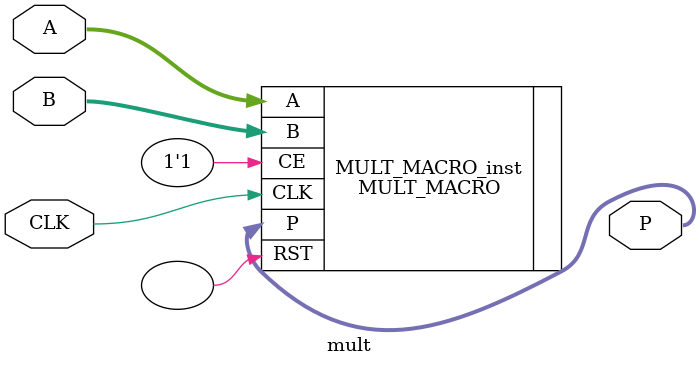
<source format=sv>
/*
 * File: mult.sv
 * Project: common
 * Created Date: 07/01/2022
 * Author: Shun Suzuki
 * -----
 * Last Modified: 28/07/2022
 * Modified By: Shun Suzuki (suzuki@hapis.k.u-tokyo.ac.jp)
 * -----
 * Copyright (c) 2022 Shun Suzuki. All rights reserved.
 * 
 */

`timescale 1ns / 1ps
module mult #(
    parameter int WIDTH_A = 16,
    parameter int WIDTH_B = 16
) (
    input var CLK,
    input var signed [WIDTH_A-1:0] A,
    input var signed [WIDTH_B-1:0] B,
    output var signed [WIDTH_A+WIDTH_B-1:0] P
);

  MULT_MACRO #(
      .DEVICE ("7SERIES"),
      .LATENCY(3),
      .WIDTH_A(WIDTH_A),
      .WIDTH_B(WIDTH_B)
  ) MULT_MACRO_inst (
      .P  (P),
      .A  (A),
      .B  (B),
      .CE (1'b1),
      .CLK(CLK),
      .RST()
  );

endmodule

</source>
